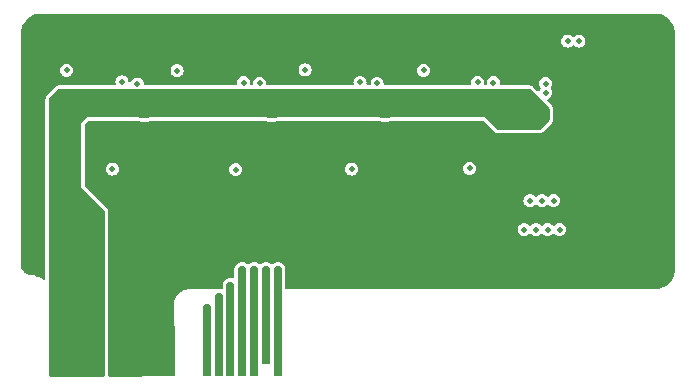
<source format=gbr>
G04 #@! TF.GenerationSoftware,KiCad,Pcbnew,(6.0.4)*
G04 #@! TF.CreationDate,2022-07-06T17:36:01+08:00*
G04 #@! TF.ProjectId,MP1495S_EVB,4d503134-3935-4535-9f45-56422e6b6963,rev?*
G04 #@! TF.SameCoordinates,PX5e56640PY77750e0*
G04 #@! TF.FileFunction,Copper,L1,Top*
G04 #@! TF.FilePolarity,Positive*
%FSLAX46Y46*%
G04 Gerber Fmt 4.6, Leading zero omitted, Abs format (unit mm)*
G04 Created by KiCad (PCBNEW (6.0.4)) date 2022-07-06 17:36:01*
%MOMM*%
%LPD*%
G01*
G04 APERTURE LIST*
G04 Aperture macros list*
%AMRoundRect*
0 Rectangle with rounded corners*
0 $1 Rounding radius*
0 $2 $3 $4 $5 $6 $7 $8 $9 X,Y pos of 4 corners*
0 Add a 4 corners polygon primitive as box body*
4,1,4,$2,$3,$4,$5,$6,$7,$8,$9,$2,$3,0*
0 Add four circle primitives for the rounded corners*
1,1,$1+$1,$2,$3*
1,1,$1+$1,$4,$5*
1,1,$1+$1,$6,$7*
1,1,$1+$1,$8,$9*
0 Add four rect primitives between the rounded corners*
20,1,$1+$1,$2,$3,$4,$5,0*
20,1,$1+$1,$4,$5,$6,$7,0*
20,1,$1+$1,$6,$7,$8,$9,0*
20,1,$1+$1,$8,$9,$2,$3,0*%
G04 Aperture macros list end*
G04 #@! TA.AperFunction,SMDPad,CuDef*
%ADD10RoundRect,0.225000X-0.250000X0.225000X-0.250000X-0.225000X0.250000X-0.225000X0.250000X0.225000X0*%
G04 #@! TD*
G04 #@! TA.AperFunction,ConnectorPad*
%ADD11R,0.700000X4.300000*%
G04 #@! TD*
G04 #@! TA.AperFunction,ConnectorPad*
%ADD12R,0.700000X3.200000*%
G04 #@! TD*
G04 #@! TA.AperFunction,ViaPad*
%ADD13C,0.500000*%
G04 #@! TD*
G04 #@! TA.AperFunction,Conductor*
%ADD14C,0.700000*%
G04 #@! TD*
G04 APERTURE END LIST*
D10*
G04 #@! TO.P,C9,1*
G04 #@! TO.N,5V*
X51230000Y24325000D03*
G04 #@! TO.P,C9,2*
G04 #@! TO.N,GND*
X51230000Y22775000D03*
G04 #@! TD*
G04 #@! TO.P,C11,1*
G04 #@! TO.N,5V*
X41140000Y25245000D03*
G04 #@! TO.P,C11,2*
G04 #@! TO.N,GND*
X41140000Y23695000D03*
G04 #@! TD*
G04 #@! TO.P,C25,1*
G04 #@! TO.N,5V*
X31550000Y25245000D03*
G04 #@! TO.P,C25,2*
G04 #@! TO.N,GND*
X31550000Y23695000D03*
G04 #@! TD*
G04 #@! TO.P,C27,1*
G04 #@! TO.N,5V*
X20780000Y25245000D03*
G04 #@! TO.P,C27,2*
G04 #@! TO.N,GND*
X20780000Y23695000D03*
G04 #@! TD*
D11*
G04 #@! TO.P,PCI1,B1*
G04 #@! TO.N,5V*
X13050000Y5050000D03*
G04 #@! TO.P,PCI1,B2*
X14050000Y5050000D03*
G04 #@! TO.P,PCI1,B3*
X15050000Y5050000D03*
G04 #@! TO.P,PCI1,B4*
X16050000Y5050000D03*
G04 #@! TO.P,PCI1,B5*
X17050000Y5050000D03*
G04 #@! TO.P,PCI1,B6*
G04 #@! TO.N,GND*
X18050000Y5050000D03*
G04 #@! TO.P,PCI1,B7*
X19050000Y5050000D03*
G04 #@! TO.P,PCI1,B8*
X20050000Y5050000D03*
G04 #@! TO.P,PCI1,B9*
X21050000Y5050000D03*
G04 #@! TO.P,PCI1,B10*
X22050000Y5050000D03*
G04 #@! TO.P,PCI1,B11*
X23050000Y5050000D03*
G04 #@! TO.P,PCI1,B12*
G04 #@! TO.N,REG_EN2*
X26050000Y5050000D03*
G04 #@! TO.P,PCI1,B13*
G04 #@! TO.N,REG_EN1*
X27050000Y5050000D03*
G04 #@! TO.P,PCI1,B14*
G04 #@! TO.N,REG_CHG*
X28050000Y5050000D03*
G04 #@! TO.P,PCI1,B15*
G04 #@! TO.N,REG_POWER*
X29050000Y5050000D03*
G04 #@! TO.P,PCI1,B16*
G04 #@! TO.N,BAT_ISET*
X30050000Y5050000D03*
D12*
G04 #@! TO.P,PCI1,B17*
G04 #@! TO.N,BAT_PG*
X31050000Y5600000D03*
D11*
G04 #@! TO.P,PCI1,B18*
G04 #@! TO.N,BAT_CHG*
X32050000Y5050000D03*
G04 #@! TD*
D13*
G04 #@! TO.N,GND*
X48330000Y24310001D03*
X49430000Y24310000D03*
X48879999Y24310001D03*
X38849999Y24320000D03*
X39400000Y24320000D03*
X29680000Y24300000D03*
X29130000Y24300000D03*
X28580001Y24300000D03*
X11690000Y29590000D03*
X10690000Y29590000D03*
X65390000Y29490000D03*
X64390000Y29490000D03*
X18070000Y24320000D03*
X18619999Y24320000D03*
X19170000Y24320000D03*
X57429999Y14305001D03*
X57970000Y15005000D03*
X56870000Y15005001D03*
X56880000Y14305001D03*
X57980000Y14305000D03*
X57419999Y15005001D03*
X57970000Y13605000D03*
X57419999Y13605001D03*
X56880000Y12905001D03*
X57980000Y12905000D03*
X56870000Y13605001D03*
X57429999Y12905001D03*
X58680000Y12905001D03*
X59219999Y13605001D03*
X59770000Y13605000D03*
X59780000Y12905000D03*
X58670000Y13605001D03*
X59229999Y12905001D03*
X59219999Y15005001D03*
X59780000Y14305000D03*
X59229999Y14305001D03*
X58670000Y15005001D03*
X59770000Y15005000D03*
X58680000Y14305001D03*
X57075000Y26693334D03*
X57750000Y26693334D03*
X56400000Y26703334D03*
X57065000Y25916668D03*
X56390001Y25926668D03*
X57740000Y25916668D03*
X56390000Y25150000D03*
X57065000Y25140000D03*
X57740000Y25140000D03*
X13160000Y33320000D03*
X14160000Y33320000D03*
X15160000Y33320000D03*
X16160000Y33320000D03*
X17160000Y33320000D03*
X18160000Y33320000D03*
X19160000Y33320000D03*
X20160000Y33320000D03*
X21160000Y33320000D03*
X22160000Y33320000D03*
X23160000Y33320000D03*
X24160000Y33320000D03*
X25160000Y33320000D03*
X26160000Y33320000D03*
X27160000Y33320000D03*
X28160000Y33320000D03*
X29160000Y33320000D03*
X30160000Y33320000D03*
X31160000Y33320000D03*
X32160000Y33320000D03*
X33160000Y33320000D03*
X34160000Y33320000D03*
X35160000Y33320000D03*
X36160000Y33320000D03*
X37160000Y33320000D03*
X38160000Y33320000D03*
X39160000Y33320000D03*
X40160000Y33320000D03*
X41160000Y33320000D03*
X42160000Y33320000D03*
X43160000Y33320000D03*
X44160000Y33320000D03*
X45160000Y33320000D03*
X46160000Y33320000D03*
X47160000Y33320000D03*
X48160000Y33320000D03*
X49160000Y33320000D03*
X50160000Y33320000D03*
X51160000Y33320000D03*
X52160000Y33320000D03*
X53160000Y33320000D03*
X54160000Y33320000D03*
X55160000Y33320000D03*
X56160000Y33320000D03*
X57160000Y33320000D03*
X58160000Y33320000D03*
X59160000Y33320000D03*
X60160000Y33320000D03*
X61160000Y33320000D03*
X12290000Y32130000D03*
X13160000Y32320000D03*
X14160000Y32320000D03*
X15160000Y32320000D03*
X16160000Y32320000D03*
X17160000Y32320000D03*
X18160000Y32320000D03*
X19160000Y32320000D03*
X20160000Y32320000D03*
X21160000Y32320000D03*
X22160000Y32320000D03*
X23160000Y32320000D03*
X24160000Y32320000D03*
X25160000Y32320000D03*
X26160000Y32320000D03*
X27160000Y32320000D03*
X28160000Y32320000D03*
X29160000Y32320000D03*
X30160000Y32320000D03*
X31160000Y32320000D03*
X32160000Y32320000D03*
X33160000Y32320000D03*
X34160000Y32320000D03*
X35160000Y32320000D03*
X36160000Y32320000D03*
X37160000Y32320000D03*
X38160000Y32320000D03*
X39160000Y32320000D03*
X40160000Y32320000D03*
X41160000Y32320000D03*
X42160000Y32320000D03*
X43160000Y32320000D03*
X44160000Y32320000D03*
X45160000Y32320000D03*
X46160000Y32320000D03*
X47160000Y32320000D03*
X48160000Y32320000D03*
X49160000Y32320000D03*
X50160000Y32320000D03*
X51160000Y32320000D03*
X52160000Y32320000D03*
X53160000Y32320000D03*
X54160000Y32320000D03*
X55160000Y32320000D03*
X56160000Y32320000D03*
X57160000Y32320000D03*
X58160000Y32320000D03*
X59160000Y32320000D03*
X60160000Y32320000D03*
X61160000Y32320000D03*
X62160000Y32320000D03*
X62160000Y33320000D03*
X63160000Y32320000D03*
X63160000Y33320000D03*
X63860000Y32050000D03*
X64160000Y33320000D03*
X11300000Y33020000D03*
X10670000Y31600000D03*
X11780000Y31470000D03*
X10690000Y30590000D03*
X11690000Y30590000D03*
X10690000Y28590000D03*
X11690000Y28590000D03*
X10690000Y27590000D03*
X11690000Y27590000D03*
X10690000Y26590000D03*
X11690000Y26590000D03*
X10690000Y25590000D03*
X11690000Y25590000D03*
X10690000Y24590000D03*
X11690000Y24590000D03*
X10690000Y23590000D03*
X11690000Y23590000D03*
X10690000Y22590000D03*
X11690000Y22590000D03*
X10690000Y21590000D03*
X11690000Y21590000D03*
X10690000Y20590000D03*
X11690000Y20590000D03*
X10690000Y19590000D03*
X11690000Y19590000D03*
X10690000Y18590000D03*
X11690000Y18590000D03*
X10690000Y17590000D03*
X11690000Y17590000D03*
X10690000Y16590000D03*
X11690000Y16590000D03*
X10690000Y15590000D03*
X11690000Y15590000D03*
X10690000Y14590000D03*
X11690000Y14590000D03*
X10690000Y13590000D03*
X11690000Y13590000D03*
X10690000Y12590000D03*
X11690000Y12590000D03*
X11690000Y11590000D03*
X41690000Y11590000D03*
X42690000Y11590000D03*
X43690000Y11590000D03*
X44690000Y11590000D03*
X45690000Y11590000D03*
X46690000Y11590000D03*
X47690000Y11590000D03*
X48690000Y11590000D03*
X49690000Y11590000D03*
X50690000Y11590000D03*
X51690000Y11590000D03*
X52690000Y11590000D03*
X53690000Y11590000D03*
X54690000Y11590000D03*
X55690000Y11590000D03*
X56690000Y11590000D03*
X57690000Y11590000D03*
X58690000Y11590000D03*
X59690000Y11590000D03*
X60690000Y11590000D03*
X61690000Y11590000D03*
X62690000Y11590000D03*
X63600000Y11860000D03*
X33690000Y10590000D03*
X34690000Y10590000D03*
X35690000Y10590000D03*
X36690000Y10590000D03*
X37690000Y10590000D03*
X38690000Y10590000D03*
X39690000Y10590000D03*
X40690000Y10590000D03*
X41690000Y10590000D03*
X42690000Y10590000D03*
X43690000Y10590000D03*
X44690000Y10590000D03*
X45690000Y10590000D03*
X46690000Y10590000D03*
X47690000Y10590000D03*
X48690000Y10590000D03*
X49690000Y10590000D03*
X50690000Y10590000D03*
X51690000Y10590000D03*
X52690000Y10590000D03*
X53690000Y10590000D03*
X54690000Y10590000D03*
X55690000Y10590000D03*
X56690000Y10590000D03*
X57690000Y10590000D03*
X58690000Y10590000D03*
X59690000Y10590000D03*
X60690000Y10590000D03*
X61690000Y10590000D03*
X62690000Y10590000D03*
X63690000Y10590000D03*
X64870000Y32980000D03*
X64290000Y31450000D03*
X65380000Y31520000D03*
X64390000Y30490000D03*
X65380000Y30500000D03*
X64390000Y28490000D03*
X65390000Y28490000D03*
X64390000Y27490000D03*
X65390000Y27490000D03*
X64390000Y26490000D03*
X65390000Y26490000D03*
X64390000Y25490000D03*
X65390000Y25490000D03*
X64390000Y24490000D03*
X65390000Y24490000D03*
X64390000Y23490000D03*
X65390000Y23490000D03*
X64390000Y22490000D03*
X65390000Y22490000D03*
X64390000Y21490000D03*
X65390000Y21490000D03*
X64390000Y20490000D03*
X65390000Y20490000D03*
X64390000Y19490000D03*
X65390000Y19490000D03*
X64390000Y18490000D03*
X65390000Y18490000D03*
X64390000Y17490000D03*
X65390000Y17490000D03*
X64390000Y16490000D03*
X65390000Y16490000D03*
X64390000Y15490000D03*
X65390000Y15490000D03*
X64390000Y14490000D03*
X65390000Y14490000D03*
X64390000Y13490000D03*
X65390000Y13490000D03*
X64210000Y12480000D03*
X65390000Y12550000D03*
X65320000Y11760000D03*
X64440000Y10700000D03*
X21660000Y32820000D03*
X36660000Y32820000D03*
X52660000Y32820000D03*
X53660000Y32820000D03*
X54660000Y32820000D03*
X59660000Y32820000D03*
X43660000Y32820000D03*
X44660000Y32820000D03*
X48660000Y32820000D03*
X19660000Y32820000D03*
X51660000Y32820000D03*
X28660000Y32820000D03*
X56660000Y32820000D03*
X22660000Y32820000D03*
X37660000Y32820000D03*
X27660000Y32820000D03*
X55660000Y32820000D03*
X39660000Y32820000D03*
X46660000Y32820000D03*
X50660000Y32820000D03*
X31660000Y32820000D03*
X20660000Y32820000D03*
X23660000Y32820000D03*
X34660000Y32820000D03*
X32660000Y32820000D03*
X29660000Y32820000D03*
X57660000Y32820000D03*
X61660000Y32820000D03*
X45660000Y32820000D03*
X49660000Y32820000D03*
X41660000Y32820000D03*
X18660000Y32820000D03*
X60660000Y32820000D03*
X30660000Y32820000D03*
X42660000Y32820000D03*
X24660000Y32820000D03*
X58660000Y32820000D03*
X40660000Y32820000D03*
X33660000Y32820000D03*
X25660000Y32820000D03*
X35660000Y32820000D03*
X26660000Y32820000D03*
X38660000Y32820000D03*
X47660000Y32820000D03*
X62660000Y32820000D03*
X63660000Y32820000D03*
X64370000Y32530000D03*
X12590000Y32770000D03*
X13660000Y32820000D03*
X14660000Y32820000D03*
X15660000Y32820000D03*
X16660000Y32820000D03*
X17660000Y32820000D03*
X64770000Y31920000D03*
X64890000Y31060000D03*
X64900000Y29990000D03*
X64890000Y17980000D03*
X64890000Y13980000D03*
X64100000Y11360000D03*
X64890000Y27980000D03*
X64890000Y21980000D03*
X64890000Y25980000D03*
X64890000Y20980000D03*
X64890000Y15980000D03*
X64820000Y12910000D03*
X64890000Y14980000D03*
X64890000Y24980000D03*
X64890000Y23980000D03*
X64890000Y19980000D03*
X64890000Y16980000D03*
X64890000Y22980000D03*
X64890000Y18980000D03*
X64890000Y26980000D03*
X64890000Y28980000D03*
X10850000Y32400000D03*
X11190000Y27110000D03*
X11190000Y20110000D03*
X11190000Y29110000D03*
X11190000Y19110000D03*
X11190000Y31110000D03*
X11190000Y28110000D03*
X11190000Y26110000D03*
X11190000Y24110000D03*
X11190000Y23110000D03*
X11190000Y22110000D03*
X11190000Y21110000D03*
X11190000Y25110000D03*
X11190000Y15110000D03*
X11190000Y13110000D03*
X11190000Y14110000D03*
X11190000Y17110000D03*
X11190000Y18110000D03*
X11190000Y16110000D03*
X11190000Y30110000D03*
X11190000Y12090000D03*
X47210000Y11080000D03*
X54210000Y11080000D03*
X41210000Y11080000D03*
X43210000Y11080000D03*
X62210000Y11080000D03*
X55210000Y11080000D03*
X48210000Y11080000D03*
X61210000Y11080000D03*
X49210000Y11080000D03*
X51210000Y11080000D03*
X58210000Y11080000D03*
X57210000Y11080000D03*
X56210000Y11080000D03*
X50210000Y11080000D03*
X42210000Y11080000D03*
X44210000Y11080000D03*
X45210000Y11080000D03*
X46210000Y11080000D03*
X60210000Y11080000D03*
X53210000Y11080000D03*
X59210000Y11080000D03*
X63210000Y11080000D03*
X52210000Y11080000D03*
X11800000Y32570000D03*
X11360000Y31990000D03*
X65310000Y32360000D03*
X64650000Y11940000D03*
X64980000Y11120000D03*
X57019999Y18505001D03*
X57570000Y18505000D03*
X56470000Y18505001D03*
X57029999Y17805001D03*
X56480000Y17805001D03*
X57580000Y17805000D03*
X23920000Y22730000D03*
X23920000Y22130000D03*
X23920000Y21530000D03*
X24520000Y22730000D03*
X25130000Y22730000D03*
X35410000Y22640000D03*
X34200000Y22640000D03*
X34200000Y21440000D03*
X34800000Y22640000D03*
X34200000Y22040000D03*
X44190000Y22070000D03*
X45400000Y22670000D03*
X44190000Y21470000D03*
X44190000Y22670000D03*
X44790000Y22670000D03*
X57019999Y19895001D03*
X56480000Y19195001D03*
X56470000Y19895001D03*
X57570000Y19895000D03*
X57580000Y19195000D03*
X57029999Y19195001D03*
X55279999Y19895001D03*
X54740000Y19195001D03*
X55840000Y19195000D03*
X55830000Y19895000D03*
X54730000Y19895001D03*
X55289999Y19195001D03*
X53590000Y19195001D03*
X54139999Y19195001D03*
X53580000Y19895001D03*
X54129999Y19895001D03*
X56390001Y27480000D03*
X57740000Y27470000D03*
X38300000Y24320000D03*
X12160000Y33320000D03*
X57060000Y29060000D03*
X57065000Y27470000D03*
G04 #@! TO.N,5V*
X50860000Y26380000D03*
X51500000Y26380000D03*
X31040000Y26370000D03*
X31690000Y26370000D03*
X40880000Y26380000D03*
X41570000Y26380000D03*
X54200000Y25220000D03*
X54770000Y25460000D03*
X53910000Y24690000D03*
X53600000Y24150000D03*
X54200000Y24150000D03*
X20580000Y26340000D03*
X21260000Y26340000D03*
X20970000Y26860000D03*
X21640000Y26860000D03*
X31410000Y26860000D03*
X32060000Y26860000D03*
X24050000Y25630000D03*
X41280000Y26910000D03*
X41970000Y26910000D03*
X33930000Y25640000D03*
X51260000Y26900000D03*
X51900000Y26900000D03*
X43950000Y25640000D03*
X13720000Y25640000D03*
X53580000Y25220000D03*
G04 #@! TO.N,3.3V*
X48980000Y27800000D03*
X48310000Y20530000D03*
G04 #@! TO.N,2.5V*
X39030000Y27800000D03*
X38310000Y20470000D03*
G04 #@! TO.N,1.5V*
X29180000Y27790000D03*
X28510000Y20410000D03*
G04 #@! TO.N,1.2V*
X18870000Y27840000D03*
X18060000Y20470000D03*
G04 #@! TO.N,Net-(1V2-Pad1)*
X14180002Y28840000D03*
X20160000Y27660000D03*
G04 #@! TO.N,Net-(1V5-Pad1)*
X23540000Y28810000D03*
X30530000Y27720000D03*
G04 #@! TO.N,Net-(2V5-Pad1)*
X40470000Y27730000D03*
X34380000Y28870000D03*
G04 #@! TO.N,Net-(3V3-Pad1)*
X50320000Y27780000D03*
X44410000Y28830000D03*
G04 #@! TO.N,Net-(C3-Pad1)*
X56600000Y31300000D03*
X54750000Y27700000D03*
G04 #@! TO.N,Net-(R34-Pad2)*
X57560000Y31300000D03*
X54740000Y26940000D03*
G04 #@! TO.N,REG_EN2*
X52925000Y15350000D03*
X26050000Y8690000D03*
G04 #@! TO.N,REG_EN1*
X53420000Y17785000D03*
X27050000Y9630000D03*
G04 #@! TO.N,REG_CHG*
X53920000Y15345000D03*
X28043332Y10610000D03*
G04 #@! TO.N,REG_POWER*
X54420000Y17785000D03*
X29044998Y11945000D03*
G04 #@! TO.N,BAT_ISET*
X54920000Y15345000D03*
X30046664Y11945000D03*
G04 #@! TO.N,BAT_PG*
X55420000Y17785000D03*
X31048330Y11945000D03*
G04 #@! TO.N,BAT_CHG*
X32060000Y11945000D03*
X55920000Y15345000D03*
G04 #@! TD*
D14*
G04 #@! TO.N,REG_EN2*
X26050000Y5050000D02*
X26050000Y8690000D01*
G04 #@! TO.N,REG_EN1*
X27050000Y7561666D02*
X27050000Y9630000D01*
X27050000Y5050000D02*
X27050000Y7561666D01*
G04 #@! TO.N,REG_CHG*
X28050000Y10603332D02*
X28043332Y10610000D01*
X28050000Y5050000D02*
X28050000Y10603332D01*
G04 #@! TO.N,REG_POWER*
X29050000Y5050000D02*
X29050000Y7564998D01*
X29050000Y11939998D02*
X29044998Y11945000D01*
X29050000Y7564998D02*
X29050000Y11939998D01*
G04 #@! TO.N,BAT_ISET*
X30050000Y7566664D02*
X30050000Y11941664D01*
X30050000Y11941664D02*
X30046664Y11945000D01*
X30050000Y5050000D02*
X30050000Y7566664D01*
G04 #@! TO.N,BAT_PG*
X31050000Y7568330D02*
X31050000Y11943330D01*
X31050000Y5600000D02*
X31050000Y7568330D01*
X31050000Y11943330D02*
X31048330Y11945000D01*
G04 #@! TO.N,BAT_CHG*
X32050000Y5050000D02*
X32050000Y11935000D01*
X32050000Y11935000D02*
X32060000Y11945000D01*
G04 #@! TD*
G04 #@! TA.AperFunction,Conductor*
G04 #@! TO.N,GND*
G36*
X63984563Y33638210D02*
G01*
X63989145Y33637402D01*
X64000000Y33635488D01*
X64010855Y33637402D01*
X64021878Y33637402D01*
X64021878Y33637037D01*
X64034237Y33637675D01*
X64232962Y33623462D01*
X64250756Y33620904D01*
X64470179Y33573172D01*
X64487418Y33568110D01*
X64697823Y33489633D01*
X64714167Y33482168D01*
X64911251Y33374552D01*
X64926370Y33364835D01*
X65106133Y33230266D01*
X65119719Y33218493D01*
X65278493Y33059719D01*
X65290266Y33046133D01*
X65424835Y32866370D01*
X65434554Y32851247D01*
X65542166Y32654171D01*
X65549633Y32637823D01*
X65604134Y32491702D01*
X65628108Y32427424D01*
X65633173Y32410174D01*
X65680904Y32190756D01*
X65683462Y32172962D01*
X65697675Y31974237D01*
X65697038Y31961881D01*
X65697402Y31961881D01*
X65697402Y31950857D01*
X65695488Y31940000D01*
X65698210Y31924566D01*
X65700124Y31902690D01*
X65699864Y23609250D01*
X65699501Y12037321D01*
X65697587Y12015447D01*
X65696778Y12010859D01*
X65696778Y12010854D01*
X65694864Y12000000D01*
X65696778Y11989145D01*
X65696778Y11978122D01*
X65696413Y11978122D01*
X65697051Y11965764D01*
X65694093Y11924405D01*
X65683489Y11776130D01*
X65682838Y11767034D01*
X65680280Y11749248D01*
X65641218Y11569680D01*
X65632550Y11529835D01*
X65627486Y11512586D01*
X65591371Y11415757D01*
X65549011Y11302187D01*
X65541544Y11285839D01*
X65437819Y11095882D01*
X65433930Y11088759D01*
X65424213Y11073640D01*
X65290883Y10895532D01*
X65289646Y10893880D01*
X65277873Y10880293D01*
X65119092Y10721515D01*
X65105505Y10709742D01*
X64925748Y10575179D01*
X64910625Y10565460D01*
X64713541Y10457846D01*
X64697188Y10450378D01*
X64486799Y10371909D01*
X64469557Y10366847D01*
X64250135Y10319117D01*
X64232341Y10316559D01*
X64199608Y10314218D01*
X64033520Y10302342D01*
X64021259Y10302974D01*
X64021259Y10302598D01*
X64010235Y10302598D01*
X63999380Y10304512D01*
X63983943Y10301790D01*
X63962071Y10299877D01*
X32826496Y10300498D01*
X32758377Y10320501D01*
X32711885Y10374158D01*
X32700500Y10426498D01*
X32700500Y11820754D01*
X32702051Y11840465D01*
X32714106Y11916576D01*
X32715346Y11924405D01*
X32714600Y11932297D01*
X32700625Y12080141D01*
X32700624Y12080144D01*
X32699879Y12088029D01*
X32664193Y12187153D01*
X32646892Y12235208D01*
X32646891Y12235210D01*
X32644206Y12242668D01*
X32551825Y12378602D01*
X32536439Y12392167D01*
X32434487Y12482049D01*
X32428541Y12487291D01*
X32331787Y12536590D01*
X32289164Y12558308D01*
X32289162Y12558309D01*
X32282100Y12561907D01*
X32121703Y12597760D01*
X31957431Y12592597D01*
X31933433Y12585625D01*
X31807217Y12548957D01*
X31807214Y12548956D01*
X31799601Y12546744D01*
X31762410Y12524749D01*
X31664962Y12467119D01*
X31664959Y12467117D01*
X31658135Y12463081D01*
X31647302Y12452248D01*
X31638687Y12444408D01*
X31632060Y12440202D01*
X31630513Y12438555D01*
X31567596Y12411539D01*
X31497571Y12423243D01*
X31475290Y12437072D01*
X31451064Y12455864D01*
X31447985Y12458331D01*
X31407432Y12491879D01*
X31407431Y12491880D01*
X31401326Y12496930D01*
X31395007Y12499904D01*
X31389013Y12504117D01*
X31388353Y12504508D01*
X31382094Y12509362D01*
X31374825Y12512507D01*
X31374821Y12512510D01*
X31294508Y12547264D01*
X31290900Y12548893D01*
X31259785Y12563534D01*
X31259786Y12563534D01*
X31252613Y12566909D01*
X31247395Y12567904D01*
X31242786Y12569646D01*
X31238536Y12571485D01*
X31238533Y12571486D01*
X31231256Y12574635D01*
X31170982Y12584182D01*
X31120384Y12592196D01*
X31116484Y12592877D01*
X31098955Y12596221D01*
X31098953Y12596221D01*
X31091170Y12597706D01*
X31087379Y12597467D01*
X31086494Y12597565D01*
X31076758Y12599107D01*
X31076752Y12599107D01*
X31068925Y12600347D01*
X31061034Y12599601D01*
X30943110Y12588453D01*
X30939161Y12588143D01*
X30927142Y12587387D01*
X30927026Y12589223D01*
X30924967Y12589424D01*
X30925219Y12586762D01*
X30913190Y12585625D01*
X30913189Y12585625D01*
X30905301Y12584879D01*
X30776427Y12538482D01*
X30772677Y12537199D01*
X30770801Y12536590D01*
X30770106Y12538731D01*
X30769506Y12538638D01*
X30770350Y12536294D01*
X30758124Y12531893D01*
X30758120Y12531891D01*
X30750662Y12529206D01*
X30702212Y12496279D01*
X30615403Y12437284D01*
X30547818Y12415538D01*
X30479206Y12433782D01*
X30467357Y12441934D01*
X30443824Y12460187D01*
X30440731Y12462665D01*
X30407433Y12490212D01*
X30407432Y12490213D01*
X30401326Y12495264D01*
X30395785Y12497871D01*
X30390011Y12501928D01*
X30380428Y12509362D01*
X30269509Y12557361D01*
X30265932Y12558976D01*
X30252613Y12565243D01*
X30252612Y12565243D01*
X30253351Y12566814D01*
X30251336Y12568192D01*
X30250254Y12565693D01*
X30236865Y12571487D01*
X30236864Y12571487D01*
X30229590Y12574635D01*
X30221767Y12575874D01*
X30221764Y12575875D01*
X30085517Y12597455D01*
X30067259Y12600347D01*
X30059368Y12599601D01*
X29911523Y12585625D01*
X29911521Y12585624D01*
X29903635Y12584879D01*
X29896181Y12582195D01*
X29896179Y12582195D01*
X29756456Y12531892D01*
X29756454Y12531891D01*
X29748996Y12529206D01*
X29700546Y12496279D01*
X29613737Y12437284D01*
X29546152Y12415538D01*
X29477540Y12433782D01*
X29465690Y12441935D01*
X29436598Y12464500D01*
X29433506Y12466977D01*
X29407439Y12488542D01*
X29407433Y12488546D01*
X29401326Y12493598D01*
X29396562Y12495840D01*
X29392655Y12498585D01*
X29378762Y12509362D01*
X29371490Y12512509D01*
X29371488Y12512510D01*
X29235199Y12571487D01*
X29235198Y12571487D01*
X29227924Y12574635D01*
X29220101Y12575874D01*
X29220098Y12575875D01*
X29083851Y12597455D01*
X29065593Y12600347D01*
X29057702Y12599601D01*
X28909857Y12585625D01*
X28909855Y12585624D01*
X28901969Y12584879D01*
X28894515Y12582195D01*
X28894513Y12582195D01*
X28754790Y12531892D01*
X28754788Y12531891D01*
X28747330Y12529206D01*
X28611396Y12436825D01*
X28606158Y12430884D01*
X28606156Y12430882D01*
X28507944Y12319483D01*
X28507942Y12319480D01*
X28502706Y12313541D01*
X28428090Y12167100D01*
X28392238Y12006704D01*
X28397401Y11842431D01*
X28398464Y11838772D01*
X28399500Y11825613D01*
X28399500Y11356085D01*
X28379498Y11287964D01*
X28325842Y11241471D01*
X28255568Y11231367D01*
X28238344Y11235089D01*
X28233532Y11236487D01*
X28226258Y11239635D01*
X28218435Y11240874D01*
X28218432Y11240875D01*
X28076377Y11263375D01*
X28063927Y11265347D01*
X28056036Y11264601D01*
X27908191Y11250625D01*
X27908189Y11250624D01*
X27900303Y11249879D01*
X27892849Y11247195D01*
X27892847Y11247195D01*
X27753124Y11196892D01*
X27753122Y11196891D01*
X27745664Y11194206D01*
X27609730Y11101825D01*
X27604492Y11095884D01*
X27604490Y11095882D01*
X27506278Y10984483D01*
X27506276Y10984480D01*
X27501040Y10978541D01*
X27426424Y10832100D01*
X27390572Y10671704D01*
X27395735Y10507431D01*
X27397947Y10499817D01*
X27397949Y10499805D01*
X27399500Y10480094D01*
X27399500Y10408257D01*
X27379498Y10340136D01*
X27325842Y10293643D01*
X27273370Y10282257D01*
X27110195Y10282425D01*
X27102418Y10282673D01*
X27098956Y10282891D01*
X27091170Y10284376D01*
X27064968Y10282728D01*
X27056955Y10282479D01*
X24757727Y10284848D01*
X24737124Y10286566D01*
X24687339Y10294873D01*
X24658756Y10299643D01*
X24658754Y10299643D01*
X24653619Y10300500D01*
X24446381Y10300500D01*
X24441246Y10299643D01*
X24441244Y10299643D01*
X24247107Y10267248D01*
X24247102Y10267247D01*
X24241968Y10266390D01*
X24045958Y10199100D01*
X23863697Y10100465D01*
X23700157Y9973176D01*
X23657971Y9927350D01*
X23563326Y9824539D01*
X23563323Y9824535D01*
X23559798Y9820706D01*
X23556947Y9816342D01*
X23469972Y9683216D01*
X23446449Y9647212D01*
X23363202Y9457428D01*
X23361924Y9452380D01*
X23361922Y9452375D01*
X23313609Y9261590D01*
X23312328Y9256531D01*
X23311898Y9251340D01*
X23311897Y9251335D01*
X23300293Y9111287D01*
X23299968Y9109393D01*
X23300117Y9109378D01*
X23299500Y9103085D01*
X23298895Y9103144D01*
X23298663Y9101795D01*
X23299500Y9101726D01*
X23295524Y9053745D01*
X23294864Y9050000D01*
X23296777Y9039151D01*
X23296777Y9039149D01*
X23297586Y9034563D01*
X23299500Y9012683D01*
X23299500Y3070240D01*
X23279498Y3002119D01*
X23225842Y2955626D01*
X23174519Y2944244D01*
X17957729Y2902083D01*
X17832518Y2901071D01*
X17764238Y2920522D01*
X17717313Y2973800D01*
X17705500Y3027067D01*
X17705500Y15350000D01*
X52369750Y15350000D01*
X52388670Y15206291D01*
X52444139Y15072375D01*
X52532379Y14957379D01*
X52647375Y14869139D01*
X52781291Y14813670D01*
X52925000Y14794750D01*
X53068709Y14813670D01*
X53202625Y14869139D01*
X53317621Y14957379D01*
X53322647Y14963929D01*
X53328488Y14969770D01*
X53330069Y14968189D01*
X53377963Y15003156D01*
X53448834Y15007375D01*
X53510735Y14972608D01*
X53520545Y14961285D01*
X53527379Y14952379D01*
X53642375Y14864139D01*
X53776291Y14808670D01*
X53920000Y14789750D01*
X54063709Y14808670D01*
X54197625Y14864139D01*
X54312621Y14952379D01*
X54320038Y14962045D01*
X54322725Y14964007D01*
X54323488Y14964770D01*
X54323607Y14964651D01*
X54377376Y15003912D01*
X54448247Y15008134D01*
X54510149Y14973370D01*
X54519962Y14962045D01*
X54527379Y14952379D01*
X54642375Y14864139D01*
X54776291Y14808670D01*
X54920000Y14789750D01*
X55063709Y14808670D01*
X55197625Y14864139D01*
X55312621Y14952379D01*
X55320038Y14962045D01*
X55322725Y14964007D01*
X55323488Y14964770D01*
X55323607Y14964651D01*
X55377376Y15003912D01*
X55448247Y15008134D01*
X55510149Y14973370D01*
X55519962Y14962045D01*
X55527379Y14952379D01*
X55642375Y14864139D01*
X55776291Y14808670D01*
X55920000Y14789750D01*
X56063709Y14808670D01*
X56197625Y14864139D01*
X56312621Y14952379D01*
X56400861Y15067375D01*
X56456330Y15201291D01*
X56475250Y15345000D01*
X56456330Y15488709D01*
X56400861Y15622625D01*
X56312621Y15737621D01*
X56197625Y15825861D01*
X56063709Y15881330D01*
X55920000Y15900250D01*
X55776291Y15881330D01*
X55642375Y15825861D01*
X55527379Y15737621D01*
X55522353Y15731071D01*
X55519962Y15727955D01*
X55517275Y15725993D01*
X55516512Y15725230D01*
X55516393Y15725349D01*
X55462624Y15686088D01*
X55391753Y15681866D01*
X55329851Y15716630D01*
X55320038Y15727955D01*
X55317647Y15731071D01*
X55312621Y15737621D01*
X55197625Y15825861D01*
X55063709Y15881330D01*
X54920000Y15900250D01*
X54776291Y15881330D01*
X54642375Y15825861D01*
X54527379Y15737621D01*
X54522353Y15731071D01*
X54519962Y15727955D01*
X54517275Y15725993D01*
X54516512Y15725230D01*
X54516393Y15725349D01*
X54462624Y15686088D01*
X54391753Y15681866D01*
X54329851Y15716630D01*
X54320038Y15727955D01*
X54317647Y15731071D01*
X54312621Y15737621D01*
X54197625Y15825861D01*
X54063709Y15881330D01*
X53920000Y15900250D01*
X53776291Y15881330D01*
X53642375Y15825861D01*
X53527379Y15737621D01*
X53522353Y15731071D01*
X53516512Y15725230D01*
X53514931Y15726811D01*
X53467037Y15691844D01*
X53396166Y15687625D01*
X53334265Y15722392D01*
X53324454Y15733716D01*
X53322647Y15736071D01*
X53317621Y15742621D01*
X53202625Y15830861D01*
X53068709Y15886330D01*
X52925000Y15905250D01*
X52781291Y15886330D01*
X52647375Y15830861D01*
X52532379Y15742621D01*
X52444139Y15627625D01*
X52388670Y15493709D01*
X52369750Y15350000D01*
X17705500Y15350000D01*
X17705500Y16887437D01*
X17703666Y16920860D01*
X17700650Y16948262D01*
X17664377Y17062593D01*
X17630040Y17124733D01*
X17627329Y17128317D01*
X17627325Y17128323D01*
X17580294Y17190495D01*
X17577580Y17194083D01*
X16988965Y17776812D01*
X16980694Y17785000D01*
X52864750Y17785000D01*
X52883670Y17641291D01*
X52939139Y17507375D01*
X53027379Y17392379D01*
X53142375Y17304139D01*
X53276291Y17248670D01*
X53420000Y17229750D01*
X53563709Y17248670D01*
X53697625Y17304139D01*
X53812621Y17392379D01*
X53820038Y17402045D01*
X53822725Y17404007D01*
X53823488Y17404770D01*
X53823607Y17404651D01*
X53877376Y17443912D01*
X53948247Y17448134D01*
X54010149Y17413370D01*
X54019962Y17402045D01*
X54027379Y17392379D01*
X54142375Y17304139D01*
X54276291Y17248670D01*
X54420000Y17229750D01*
X54563709Y17248670D01*
X54697625Y17304139D01*
X54812621Y17392379D01*
X54820038Y17402045D01*
X54822725Y17404007D01*
X54823488Y17404770D01*
X54823607Y17404651D01*
X54877376Y17443912D01*
X54948247Y17448134D01*
X55010149Y17413370D01*
X55019962Y17402045D01*
X55027379Y17392379D01*
X55142375Y17304139D01*
X55276291Y17248670D01*
X55420000Y17229750D01*
X55563709Y17248670D01*
X55697625Y17304139D01*
X55812621Y17392379D01*
X55900861Y17507375D01*
X55956330Y17641291D01*
X55975250Y17785000D01*
X55956330Y17928709D01*
X55900861Y18062625D01*
X55812621Y18177621D01*
X55697625Y18265861D01*
X55563709Y18321330D01*
X55420000Y18340250D01*
X55276291Y18321330D01*
X55142375Y18265861D01*
X55027379Y18177621D01*
X55022353Y18171071D01*
X55019962Y18167955D01*
X55017275Y18165993D01*
X55016512Y18165230D01*
X55016393Y18165349D01*
X54962624Y18126088D01*
X54891753Y18121866D01*
X54829851Y18156630D01*
X54820038Y18167955D01*
X54817647Y18171071D01*
X54812621Y18177621D01*
X54697625Y18265861D01*
X54563709Y18321330D01*
X54420000Y18340250D01*
X54276291Y18321330D01*
X54142375Y18265861D01*
X54027379Y18177621D01*
X54022353Y18171071D01*
X54019962Y18167955D01*
X54017275Y18165993D01*
X54016512Y18165230D01*
X54016393Y18165349D01*
X53962624Y18126088D01*
X53891753Y18121866D01*
X53829851Y18156630D01*
X53820038Y18167955D01*
X53817647Y18171071D01*
X53812621Y18177621D01*
X53697625Y18265861D01*
X53563709Y18321330D01*
X53420000Y18340250D01*
X53276291Y18321330D01*
X53142375Y18265861D01*
X53027379Y18177621D01*
X52939139Y18062625D01*
X52883670Y17928709D01*
X52864750Y17785000D01*
X16980694Y17785000D01*
X15742853Y19010464D01*
X15708516Y19072604D01*
X15705500Y19100006D01*
X15705500Y20470000D01*
X17504750Y20470000D01*
X17523670Y20326291D01*
X17579139Y20192375D01*
X17667379Y20077379D01*
X17782375Y19989139D01*
X17916291Y19933670D01*
X18060000Y19914750D01*
X18203709Y19933670D01*
X18337625Y19989139D01*
X18452621Y20077379D01*
X18540861Y20192375D01*
X18596330Y20326291D01*
X18607351Y20410000D01*
X27954750Y20410000D01*
X27973670Y20266291D01*
X28029139Y20132375D01*
X28117379Y20017379D01*
X28232375Y19929139D01*
X28366291Y19873670D01*
X28510000Y19854750D01*
X28653709Y19873670D01*
X28787625Y19929139D01*
X28902621Y20017379D01*
X28990861Y20132375D01*
X29046330Y20266291D01*
X29065250Y20410000D01*
X29057351Y20470000D01*
X37754750Y20470000D01*
X37773670Y20326291D01*
X37829139Y20192375D01*
X37917379Y20077379D01*
X38032375Y19989139D01*
X38166291Y19933670D01*
X38310000Y19914750D01*
X38453709Y19933670D01*
X38587625Y19989139D01*
X38702621Y20077379D01*
X38790861Y20192375D01*
X38846330Y20326291D01*
X38865250Y20470000D01*
X38857351Y20530000D01*
X47754750Y20530000D01*
X47773670Y20386291D01*
X47829139Y20252375D01*
X47917379Y20137379D01*
X48032375Y20049139D01*
X48166291Y19993670D01*
X48310000Y19974750D01*
X48453709Y19993670D01*
X48587625Y20049139D01*
X48702621Y20137379D01*
X48790861Y20252375D01*
X48846330Y20386291D01*
X48865250Y20530000D01*
X48846330Y20673709D01*
X48790861Y20807625D01*
X48702621Y20922621D01*
X48587625Y21010861D01*
X48453709Y21066330D01*
X48310000Y21085250D01*
X48166291Y21066330D01*
X48032375Y21010861D01*
X47917379Y20922621D01*
X47829139Y20807625D01*
X47773670Y20673709D01*
X47754750Y20530000D01*
X38857351Y20530000D01*
X38846330Y20613709D01*
X38790861Y20747625D01*
X38702621Y20862621D01*
X38587625Y20950861D01*
X38453709Y21006330D01*
X38310000Y21025250D01*
X38166291Y21006330D01*
X38032375Y20950861D01*
X37917379Y20862621D01*
X37829139Y20747625D01*
X37773670Y20613709D01*
X37754750Y20470000D01*
X29057351Y20470000D01*
X29046330Y20553709D01*
X28990861Y20687625D01*
X28902621Y20802621D01*
X28787625Y20890861D01*
X28653709Y20946330D01*
X28510000Y20965250D01*
X28366291Y20946330D01*
X28232375Y20890861D01*
X28117379Y20802621D01*
X28029139Y20687625D01*
X27973670Y20553709D01*
X27954750Y20410000D01*
X18607351Y20410000D01*
X18615250Y20470000D01*
X18596330Y20613709D01*
X18540861Y20747625D01*
X18452621Y20862621D01*
X18337625Y20950861D01*
X18203709Y21006330D01*
X18060000Y21025250D01*
X17916291Y21006330D01*
X17782375Y20950861D01*
X17667379Y20862621D01*
X17579139Y20747625D01*
X17523670Y20613709D01*
X17504750Y20470000D01*
X15705500Y20470000D01*
X15705500Y24218601D01*
X15725502Y24286722D01*
X15743347Y24308629D01*
X15817663Y24381396D01*
X15933174Y24494501D01*
X15967925Y24528528D01*
X16030592Y24561896D01*
X16056078Y24564500D01*
X20228829Y24564500D01*
X20275212Y24555652D01*
X20403472Y24504871D01*
X20489171Y24494500D01*
X20779808Y24494500D01*
X21070828Y24494501D01*
X21074585Y24494956D01*
X21074591Y24494956D01*
X21148495Y24503899D01*
X21156528Y24504871D01*
X21164051Y24507849D01*
X21164053Y24507850D01*
X21284788Y24555652D01*
X21331171Y24564500D01*
X30998829Y24564500D01*
X31045212Y24555652D01*
X31173472Y24504871D01*
X31259171Y24494500D01*
X31549808Y24494500D01*
X31840828Y24494501D01*
X31844585Y24494956D01*
X31844591Y24494956D01*
X31918495Y24503899D01*
X31926528Y24504871D01*
X31934051Y24507849D01*
X31934053Y24507850D01*
X32054788Y24555652D01*
X32101171Y24564500D01*
X40588829Y24564500D01*
X40635212Y24555652D01*
X40763472Y24504871D01*
X40849171Y24494500D01*
X41139808Y24494500D01*
X41430828Y24494501D01*
X41434585Y24494956D01*
X41434591Y24494956D01*
X41508495Y24503899D01*
X41516528Y24504871D01*
X41524051Y24507849D01*
X41524053Y24507850D01*
X41644788Y24555652D01*
X41691171Y24564500D01*
X49432452Y24564500D01*
X49500573Y24544498D01*
X49521128Y24528013D01*
X50426996Y23630611D01*
X50428164Y23629454D01*
X50429381Y23628369D01*
X50429388Y23628362D01*
X50450817Y23609250D01*
X50452035Y23608164D01*
X50453300Y23607150D01*
X50453310Y23607141D01*
X50467188Y23596011D01*
X50472590Y23591679D01*
X50478050Y23588831D01*
X50572202Y23539721D01*
X50572204Y23539720D01*
X50577655Y23536877D01*
X50583553Y23535145D01*
X50583556Y23535144D01*
X50610572Y23527212D01*
X50645776Y23516875D01*
X50650232Y23516234D01*
X50650238Y23516233D01*
X50686769Y23510981D01*
X50731845Y23504500D01*
X54227810Y23504500D01*
X54260461Y23506250D01*
X54262132Y23506430D01*
X54262149Y23506431D01*
X54276103Y23507931D01*
X54287244Y23509129D01*
X54401007Y23544750D01*
X54406439Y23547716D01*
X54406441Y23547717D01*
X54459371Y23576620D01*
X54459373Y23576621D01*
X54463319Y23578776D01*
X54501210Y23607141D01*
X54529324Y23628187D01*
X54529329Y23628191D01*
X54532926Y23630884D01*
X55259116Y24357074D01*
X55280964Y24381396D01*
X55297867Y24402370D01*
X55353123Y24508000D01*
X55373125Y24576121D01*
X55385500Y24662190D01*
X55385500Y25548258D01*
X55383848Y25579983D01*
X55381130Y25606015D01*
X55346300Y25719064D01*
X55343386Y25724479D01*
X55314791Y25777615D01*
X55314787Y25777621D01*
X55312655Y25781583D01*
X55260971Y25851509D01*
X54896001Y26220957D01*
X54862356Y26283476D01*
X54867853Y26354259D01*
X54910745Y26410835D01*
X54937420Y26425917D01*
X54977422Y26442487D01*
X55017625Y26459139D01*
X55132621Y26547379D01*
X55220861Y26662375D01*
X55276330Y26796291D01*
X55295250Y26940000D01*
X55276330Y27083709D01*
X55220861Y27217625D01*
X55206163Y27236780D01*
X55180562Y27302997D01*
X55194826Y27372546D01*
X55206163Y27390187D01*
X55225832Y27415821D01*
X55225832Y27415822D01*
X55230861Y27422375D01*
X55286330Y27556291D01*
X55305250Y27700000D01*
X55286330Y27843709D01*
X55230861Y27977625D01*
X55142621Y28092621D01*
X55027625Y28180861D01*
X54893709Y28236330D01*
X54750000Y28255250D01*
X54606291Y28236330D01*
X54472375Y28180861D01*
X54357379Y28092621D01*
X54269139Y27977625D01*
X54213670Y27843709D01*
X54194750Y27700000D01*
X54213670Y27556291D01*
X54269139Y27422375D01*
X54283837Y27403220D01*
X54309438Y27337003D01*
X54295174Y27267454D01*
X54283837Y27249813D01*
X54264168Y27224179D01*
X54259139Y27217625D01*
X54255980Y27209999D01*
X54255978Y27209995D01*
X54229055Y27144995D01*
X54184508Y27089714D01*
X54117144Y27067292D01*
X54048353Y27084850D01*
X54023009Y27104661D01*
X53715620Y27415821D01*
X53704329Y27427251D01*
X53679410Y27449841D01*
X53678063Y27450933D01*
X53678054Y27450941D01*
X53662740Y27463359D01*
X53662736Y27463361D01*
X53657894Y27467288D01*
X53613429Y27490634D01*
X53557074Y27520222D01*
X53557071Y27520223D01*
X53551548Y27523123D01*
X53483427Y27543125D01*
X53478971Y27543766D01*
X53478965Y27543767D01*
X53429553Y27550871D01*
X53397358Y27555500D01*
X50989369Y27555500D01*
X50921248Y27575502D01*
X50874755Y27629158D01*
X50864447Y27697947D01*
X50864718Y27700000D01*
X50875250Y27780000D01*
X50856330Y27923709D01*
X50800861Y28057625D01*
X50712621Y28172621D01*
X50597625Y28260861D01*
X50463709Y28316330D01*
X50320000Y28335250D01*
X50176291Y28316330D01*
X50042375Y28260861D01*
X49927379Y28172621D01*
X49839139Y28057625D01*
X49783670Y27923709D01*
X49776776Y27871340D01*
X49776239Y27867264D01*
X49747517Y27802337D01*
X49727849Y27789364D01*
X49742918Y27779931D01*
X49773604Y27712743D01*
X49775552Y27697953D01*
X49764617Y27627804D01*
X49717492Y27574703D01*
X49650631Y27555500D01*
X49646736Y27555500D01*
X49578615Y27575502D01*
X49532122Y27629158D01*
X49521814Y27697945D01*
X49523761Y27712735D01*
X49552483Y27777663D01*
X49572152Y27790637D01*
X49557082Y27800070D01*
X49526395Y27867263D01*
X49518725Y27925520D01*
X49516330Y27943709D01*
X49460861Y28077625D01*
X49372621Y28192621D01*
X49257625Y28280861D01*
X49123709Y28336330D01*
X48980000Y28355250D01*
X48836291Y28336330D01*
X48702375Y28280861D01*
X48587379Y28192621D01*
X48499139Y28077625D01*
X48443670Y27943709D01*
X48424750Y27800000D01*
X48437916Y27700000D01*
X48438186Y27697947D01*
X48427247Y27627798D01*
X48380119Y27574699D01*
X48313264Y27555500D01*
X41145952Y27555500D01*
X41077831Y27575502D01*
X41031338Y27629158D01*
X41021030Y27697947D01*
X41024172Y27721812D01*
X41025250Y27730000D01*
X41006330Y27873709D01*
X40950861Y28007625D01*
X40862621Y28122621D01*
X40747625Y28210861D01*
X40613709Y28266330D01*
X40470000Y28285250D01*
X40326291Y28266330D01*
X40192375Y28210861D01*
X40077379Y28122621D01*
X39989139Y28007625D01*
X39933670Y27873709D01*
X39914750Y27730000D01*
X39915828Y27721812D01*
X39918970Y27697947D01*
X39908031Y27627798D01*
X39860903Y27574699D01*
X39794048Y27555500D01*
X39696736Y27555500D01*
X39628615Y27575502D01*
X39582122Y27629158D01*
X39571814Y27697947D01*
X39572085Y27700000D01*
X39585250Y27800000D01*
X39566330Y27943709D01*
X39510861Y28077625D01*
X39422621Y28192621D01*
X39307625Y28280861D01*
X39173709Y28336330D01*
X39030000Y28355250D01*
X38886291Y28336330D01*
X38752375Y28280861D01*
X38637379Y28192621D01*
X38549139Y28077625D01*
X38493670Y27943709D01*
X38474750Y27800000D01*
X38487916Y27700000D01*
X38488186Y27697947D01*
X38477247Y27627798D01*
X38430119Y27574699D01*
X38363264Y27555500D01*
X31207269Y27555500D01*
X31139148Y27575502D01*
X31092655Y27629158D01*
X31082347Y27697944D01*
X31084172Y27711808D01*
X31084172Y27711812D01*
X31085250Y27720000D01*
X31066330Y27863709D01*
X31010861Y27997625D01*
X30922621Y28112621D01*
X30807625Y28200861D01*
X30673709Y28256330D01*
X30530000Y28275250D01*
X30386291Y28256330D01*
X30252375Y28200861D01*
X30137379Y28112621D01*
X30049139Y27997625D01*
X29993670Y27863709D01*
X29992592Y27855520D01*
X29984530Y27794285D01*
X29962339Y27744124D01*
X29975314Y27715713D01*
X29977653Y27697945D01*
X29966713Y27627796D01*
X29919584Y27574698D01*
X29852731Y27555500D01*
X29848053Y27555500D01*
X29779932Y27575502D01*
X29733439Y27629158D01*
X29723131Y27697945D01*
X29725470Y27715713D01*
X29747660Y27765875D01*
X29734686Y27794285D01*
X29718725Y27915520D01*
X29716330Y27933709D01*
X29660861Y28067625D01*
X29572621Y28182621D01*
X29457625Y28270861D01*
X29323709Y28326330D01*
X29180000Y28345250D01*
X29036291Y28326330D01*
X28902375Y28270861D01*
X28787379Y28182621D01*
X28699139Y28067625D01*
X28643670Y27933709D01*
X28624750Y27790000D01*
X28625828Y27781812D01*
X28625828Y27781811D01*
X28636869Y27697946D01*
X28625930Y27627798D01*
X28578802Y27574699D01*
X28511947Y27555500D01*
X20839507Y27555500D01*
X20771386Y27575502D01*
X20724893Y27629158D01*
X20714585Y27665053D01*
X20698373Y27788188D01*
X20696330Y27803709D01*
X20640861Y27937625D01*
X20552621Y28052621D01*
X20437625Y28140861D01*
X20303709Y28196330D01*
X20160000Y28215250D01*
X20016291Y28196330D01*
X19882375Y28140861D01*
X19767379Y28052621D01*
X19679139Y27937625D01*
X19675979Y27929995D01*
X19656683Y27883411D01*
X19612135Y27828130D01*
X19544772Y27805709D01*
X19475980Y27823267D01*
X19427602Y27875229D01*
X19415352Y27915182D01*
X19411534Y27944178D01*
X19406330Y27983709D01*
X19350861Y28117625D01*
X19262621Y28232621D01*
X19147625Y28320861D01*
X19013709Y28376330D01*
X18870000Y28395250D01*
X18726291Y28376330D01*
X18592375Y28320861D01*
X18477379Y28232621D01*
X18389139Y28117625D01*
X18333670Y27983709D01*
X18314750Y27840000D01*
X18315828Y27831812D01*
X18333452Y27697947D01*
X18322513Y27627798D01*
X18275385Y27574699D01*
X18208530Y27555500D01*
X13552190Y27555500D01*
X13519539Y27553750D01*
X13517868Y27553570D01*
X13517851Y27553569D01*
X13503897Y27552069D01*
X13492756Y27550871D01*
X13378993Y27515250D01*
X13373561Y27512284D01*
X13373559Y27512283D01*
X13320629Y27483380D01*
X13316681Y27481224D01*
X13313081Y27478529D01*
X13250676Y27431813D01*
X13250671Y27431809D01*
X13247074Y27429116D01*
X12520884Y26702926D01*
X12499036Y26678604D01*
X12482133Y26657630D01*
X12426877Y26552000D01*
X12406875Y26483879D01*
X12406234Y26479423D01*
X12406233Y26479417D01*
X12399643Y26433582D01*
X12394500Y26397810D01*
X12394500Y11231233D01*
X12374498Y11163112D01*
X12320842Y11116619D01*
X12250568Y11106515D01*
X12186498Y11135775D01*
X12184884Y11137389D01*
X12150523Y11163112D01*
X12016593Y11263375D01*
X12016586Y11263380D01*
X12012988Y11266073D01*
X11824528Y11368984D01*
X11744370Y11398883D01*
X11627559Y11442455D01*
X11627555Y11442456D01*
X11623341Y11444028D01*
X11413522Y11489677D01*
X11206985Y11504454D01*
X11199343Y11505802D01*
X11199334Y11505800D01*
X11199325Y11505802D01*
X11187088Y11503644D01*
X11175236Y11503905D01*
X11165676Y11504479D01*
X11036061Y11517242D01*
X11011834Y11522061D01*
X10866721Y11566078D01*
X10843905Y11575528D01*
X10710161Y11647013D01*
X10689623Y11660736D01*
X10572396Y11756942D01*
X10554943Y11774395D01*
X10458732Y11891629D01*
X10445013Y11912162D01*
X10392259Y12010859D01*
X10373530Y12045899D01*
X10364078Y12068718D01*
X10358221Y12088029D01*
X10320061Y12213833D01*
X10315242Y12238058D01*
X10314143Y12249226D01*
X10302495Y12367518D01*
X10301889Y12379868D01*
X10301889Y12390466D01*
X10303804Y12401324D01*
X10301082Y12416763D01*
X10299169Y12438637D01*
X10299170Y12441934D01*
X10299570Y23506431D01*
X10299764Y28840000D01*
X13624752Y28840000D01*
X13643672Y28696291D01*
X13699141Y28562375D01*
X13787381Y28447379D01*
X13902377Y28359139D01*
X14036293Y28303670D01*
X14180002Y28284750D01*
X14323711Y28303670D01*
X14457627Y28359139D01*
X14572623Y28447379D01*
X14660863Y28562375D01*
X14716332Y28696291D01*
X14731302Y28810000D01*
X22984750Y28810000D01*
X23003670Y28666291D01*
X23059139Y28532375D01*
X23147379Y28417379D01*
X23262375Y28329139D01*
X23396291Y28273670D01*
X23540000Y28254750D01*
X23683709Y28273670D01*
X23817625Y28329139D01*
X23932621Y28417379D01*
X24020861Y28532375D01*
X24076330Y28666291D01*
X24095250Y28810000D01*
X24087351Y28870000D01*
X33824750Y28870000D01*
X33843670Y28726291D01*
X33899139Y28592375D01*
X33987379Y28477379D01*
X34102375Y28389139D01*
X34236291Y28333670D01*
X34380000Y28314750D01*
X34523709Y28333670D01*
X34657625Y28389139D01*
X34772621Y28477379D01*
X34860861Y28592375D01*
X34916330Y28726291D01*
X34929984Y28830000D01*
X43854750Y28830000D01*
X43873670Y28686291D01*
X43929139Y28552375D01*
X44017379Y28437379D01*
X44132375Y28349139D01*
X44266291Y28293670D01*
X44410000Y28274750D01*
X44553709Y28293670D01*
X44687625Y28349139D01*
X44802621Y28437379D01*
X44890861Y28552375D01*
X44946330Y28686291D01*
X44965250Y28830000D01*
X44946330Y28973709D01*
X44890861Y29107625D01*
X44802621Y29222621D01*
X44687625Y29310861D01*
X44553709Y29366330D01*
X44410000Y29385250D01*
X44266291Y29366330D01*
X44132375Y29310861D01*
X44017379Y29222621D01*
X43929139Y29107625D01*
X43873670Y28973709D01*
X43854750Y28830000D01*
X34929984Y28830000D01*
X34935250Y28870000D01*
X34916330Y29013709D01*
X34860861Y29147625D01*
X34772621Y29262621D01*
X34657625Y29350861D01*
X34523709Y29406330D01*
X34380000Y29425250D01*
X34236291Y29406330D01*
X34102375Y29350861D01*
X33987379Y29262621D01*
X33899139Y29147625D01*
X33843670Y29013709D01*
X33824750Y28870000D01*
X24087351Y28870000D01*
X24076330Y28953709D01*
X24020861Y29087625D01*
X23932621Y29202621D01*
X23817625Y29290861D01*
X23683709Y29346330D01*
X23540000Y29365250D01*
X23396291Y29346330D01*
X23262375Y29290861D01*
X23147379Y29202621D01*
X23059139Y29087625D01*
X23003670Y28953709D01*
X22984750Y28810000D01*
X14731302Y28810000D01*
X14735252Y28840000D01*
X14716332Y28983709D01*
X14660863Y29117625D01*
X14572623Y29232621D01*
X14457627Y29320861D01*
X14323711Y29376330D01*
X14180002Y29395250D01*
X14036293Y29376330D01*
X13902377Y29320861D01*
X13787381Y29232621D01*
X13699141Y29117625D01*
X13643672Y28983709D01*
X13624752Y28840000D01*
X10299764Y28840000D01*
X10299853Y31300000D01*
X56044750Y31300000D01*
X56063670Y31156291D01*
X56119139Y31022375D01*
X56207379Y30907379D01*
X56322375Y30819139D01*
X56456291Y30763670D01*
X56600000Y30744750D01*
X56743709Y30763670D01*
X56877625Y30819139D01*
X56992621Y30907379D01*
X56993605Y30908661D01*
X57053217Y30941213D01*
X57124032Y30936148D01*
X57166000Y30909176D01*
X57167379Y30907379D01*
X57282375Y30819139D01*
X57416291Y30763670D01*
X57560000Y30744750D01*
X57703709Y30763670D01*
X57837625Y30819139D01*
X57952621Y30907379D01*
X58040861Y31022375D01*
X58096330Y31156291D01*
X58115250Y31300000D01*
X58096330Y31443709D01*
X58040861Y31577625D01*
X57952621Y31692621D01*
X57837625Y31780861D01*
X57703709Y31836330D01*
X57560000Y31855250D01*
X57416291Y31836330D01*
X57282375Y31780861D01*
X57167379Y31692621D01*
X57166395Y31691339D01*
X57106783Y31658787D01*
X57035968Y31663852D01*
X56994000Y31690824D01*
X56992621Y31692621D01*
X56877625Y31780861D01*
X56743709Y31836330D01*
X56600000Y31855250D01*
X56456291Y31836330D01*
X56322375Y31780861D01*
X56207379Y31692621D01*
X56119139Y31577625D01*
X56063670Y31443709D01*
X56044750Y31300000D01*
X10299853Y31300000D01*
X10299875Y31902681D01*
X10301789Y31924553D01*
X10302598Y31929142D01*
X10302598Y31929146D01*
X10304512Y31940000D01*
X10302598Y31950855D01*
X10302598Y31961878D01*
X10302963Y31961878D01*
X10302325Y31974237D01*
X10316538Y32172962D01*
X10319096Y32190756D01*
X10366827Y32410174D01*
X10371892Y32427424D01*
X10395867Y32491702D01*
X10450367Y32637823D01*
X10457834Y32654171D01*
X10565446Y32851247D01*
X10575165Y32866370D01*
X10709734Y33046133D01*
X10721507Y33059719D01*
X10880281Y33218493D01*
X10893867Y33230266D01*
X11073630Y33364835D01*
X11088749Y33374552D01*
X11285833Y33482168D01*
X11302177Y33489633D01*
X11512582Y33568110D01*
X11529821Y33573172D01*
X11749244Y33620904D01*
X11767038Y33623462D01*
X11965763Y33637675D01*
X11978122Y33637037D01*
X11978122Y33637402D01*
X11989145Y33637402D01*
X12000000Y33635488D01*
X12015437Y33638210D01*
X12037317Y33640124D01*
X63962683Y33640124D01*
X63984563Y33638210D01*
G37*
G04 #@! TD.AperFunction*
G04 #@! TD*
G04 #@! TA.AperFunction,Conductor*
G04 #@! TO.N,5V*
G36*
X19979862Y27244267D02*
G01*
X19988351Y27241615D01*
X20087233Y27210722D01*
X20096203Y27210558D01*
X20096207Y27210557D01*
X20154942Y27209481D01*
X20216255Y27208357D01*
X20340755Y27242300D01*
X20340942Y27241615D01*
X20381438Y27250000D01*
X53397358Y27250000D01*
X53465479Y27229998D01*
X53486995Y27212551D01*
X55043637Y25636809D01*
X55077282Y25574290D01*
X55080000Y25548258D01*
X55080000Y24662190D01*
X55059998Y24594069D01*
X55043095Y24573095D01*
X54316905Y23846905D01*
X54254593Y23812879D01*
X54227810Y23810000D01*
X50731845Y23810000D01*
X50663724Y23830002D01*
X50643169Y23846487D01*
X49622871Y24857250D01*
X49622869Y24857251D01*
X49610000Y24870000D01*
X15880000Y24870000D01*
X15872242Y24862403D01*
X15872241Y24862403D01*
X15635633Y24630724D01*
X15400000Y24400000D01*
X15400000Y18920000D01*
X15407499Y18912576D01*
X17362647Y16976979D01*
X17396984Y16914839D01*
X17400000Y16887437D01*
X17400000Y3026000D01*
X17379998Y2957879D01*
X17326342Y2911386D01*
X17274000Y2900000D01*
X12826000Y2900000D01*
X12757879Y2920002D01*
X12711386Y2973658D01*
X12700000Y3026000D01*
X12700000Y26397810D01*
X12720002Y26465931D01*
X12736905Y26486905D01*
X13463095Y27213095D01*
X13525407Y27247121D01*
X13552190Y27250000D01*
X19942288Y27250000D01*
X19979862Y27244267D01*
G37*
G04 #@! TD.AperFunction*
G04 #@! TD*
M02*

</source>
